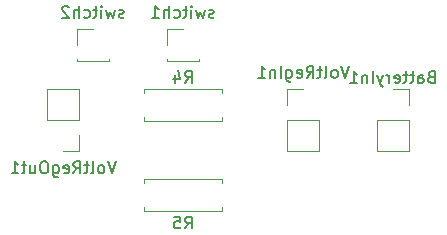
<source format=gbr>
%TF.GenerationSoftware,KiCad,Pcbnew,(6.0.5)*%
%TF.CreationDate,2022-08-03T18:31:21+02:00*%
%TF.ProjectId,Minimist1,4d696e69-6d69-4737-9431-2e6b69636164,rev?*%
%TF.SameCoordinates,Original*%
%TF.FileFunction,Legend,Bot*%
%TF.FilePolarity,Positive*%
%FSLAX46Y46*%
G04 Gerber Fmt 4.6, Leading zero omitted, Abs format (unit mm)*
G04 Created by KiCad (PCBNEW (6.0.5)) date 2022-08-03 18:31:21*
%MOMM*%
%LPD*%
G01*
G04 APERTURE LIST*
%ADD10C,0.150000*%
%ADD11C,0.120000*%
G04 APERTURE END LIST*
D10*
%TO.C,R4*%
X180506666Y-53962380D02*
X180840000Y-53486190D01*
X181078095Y-53962380D02*
X181078095Y-52962380D01*
X180697142Y-52962380D01*
X180601904Y-53010000D01*
X180554285Y-53057619D01*
X180506666Y-53152857D01*
X180506666Y-53295714D01*
X180554285Y-53390952D01*
X180601904Y-53438571D01*
X180697142Y-53486190D01*
X181078095Y-53486190D01*
X179649523Y-53295714D02*
X179649523Y-53962380D01*
X179887619Y-52914761D02*
X180125714Y-53629047D01*
X179506666Y-53629047D01*
%TO.C,VoltRegIn1*%
X194380952Y-52562380D02*
X194047619Y-53562380D01*
X193714285Y-52562380D01*
X193238095Y-53562380D02*
X193333333Y-53514761D01*
X193380952Y-53467142D01*
X193428571Y-53371904D01*
X193428571Y-53086190D01*
X193380952Y-52990952D01*
X193333333Y-52943333D01*
X193238095Y-52895714D01*
X193095238Y-52895714D01*
X193000000Y-52943333D01*
X192952380Y-52990952D01*
X192904761Y-53086190D01*
X192904761Y-53371904D01*
X192952380Y-53467142D01*
X193000000Y-53514761D01*
X193095238Y-53562380D01*
X193238095Y-53562380D01*
X192333333Y-53562380D02*
X192428571Y-53514761D01*
X192476190Y-53419523D01*
X192476190Y-52562380D01*
X192095238Y-52895714D02*
X191714285Y-52895714D01*
X191952380Y-52562380D02*
X191952380Y-53419523D01*
X191904761Y-53514761D01*
X191809523Y-53562380D01*
X191714285Y-53562380D01*
X190809523Y-53562380D02*
X191142857Y-53086190D01*
X191380952Y-53562380D02*
X191380952Y-52562380D01*
X191000000Y-52562380D01*
X190904761Y-52610000D01*
X190857142Y-52657619D01*
X190809523Y-52752857D01*
X190809523Y-52895714D01*
X190857142Y-52990952D01*
X190904761Y-53038571D01*
X191000000Y-53086190D01*
X191380952Y-53086190D01*
X190000000Y-53514761D02*
X190095238Y-53562380D01*
X190285714Y-53562380D01*
X190380952Y-53514761D01*
X190428571Y-53419523D01*
X190428571Y-53038571D01*
X190380952Y-52943333D01*
X190285714Y-52895714D01*
X190095238Y-52895714D01*
X190000000Y-52943333D01*
X189952380Y-53038571D01*
X189952380Y-53133809D01*
X190428571Y-53229047D01*
X189095238Y-52895714D02*
X189095238Y-53705238D01*
X189142857Y-53800476D01*
X189190476Y-53848095D01*
X189285714Y-53895714D01*
X189428571Y-53895714D01*
X189523809Y-53848095D01*
X189095238Y-53514761D02*
X189190476Y-53562380D01*
X189380952Y-53562380D01*
X189476190Y-53514761D01*
X189523809Y-53467142D01*
X189571428Y-53371904D01*
X189571428Y-53086190D01*
X189523809Y-52990952D01*
X189476190Y-52943333D01*
X189380952Y-52895714D01*
X189190476Y-52895714D01*
X189095238Y-52943333D01*
X188619047Y-53562380D02*
X188619047Y-52562380D01*
X188142857Y-52895714D02*
X188142857Y-53562380D01*
X188142857Y-52990952D02*
X188095238Y-52943333D01*
X188000000Y-52895714D01*
X187857142Y-52895714D01*
X187761904Y-52943333D01*
X187714285Y-53038571D01*
X187714285Y-53562380D01*
X186714285Y-53562380D02*
X187285714Y-53562380D01*
X187000000Y-53562380D02*
X187000000Y-52562380D01*
X187095238Y-52705238D01*
X187190476Y-52800476D01*
X187285714Y-52848095D01*
%TO.C,BatteryIn1*%
X201358095Y-53478571D02*
X201215238Y-53526190D01*
X201167619Y-53573809D01*
X201120000Y-53669047D01*
X201120000Y-53811904D01*
X201167619Y-53907142D01*
X201215238Y-53954761D01*
X201310476Y-54002380D01*
X201691428Y-54002380D01*
X201691428Y-53002380D01*
X201358095Y-53002380D01*
X201262857Y-53050000D01*
X201215238Y-53097619D01*
X201167619Y-53192857D01*
X201167619Y-53288095D01*
X201215238Y-53383333D01*
X201262857Y-53430952D01*
X201358095Y-53478571D01*
X201691428Y-53478571D01*
X200262857Y-54002380D02*
X200262857Y-53478571D01*
X200310476Y-53383333D01*
X200405714Y-53335714D01*
X200596190Y-53335714D01*
X200691428Y-53383333D01*
X200262857Y-53954761D02*
X200358095Y-54002380D01*
X200596190Y-54002380D01*
X200691428Y-53954761D01*
X200739047Y-53859523D01*
X200739047Y-53764285D01*
X200691428Y-53669047D01*
X200596190Y-53621428D01*
X200358095Y-53621428D01*
X200262857Y-53573809D01*
X199929523Y-53335714D02*
X199548571Y-53335714D01*
X199786666Y-53002380D02*
X199786666Y-53859523D01*
X199739047Y-53954761D01*
X199643809Y-54002380D01*
X199548571Y-54002380D01*
X199358095Y-53335714D02*
X198977142Y-53335714D01*
X199215238Y-53002380D02*
X199215238Y-53859523D01*
X199167619Y-53954761D01*
X199072380Y-54002380D01*
X198977142Y-54002380D01*
X198262857Y-53954761D02*
X198358095Y-54002380D01*
X198548571Y-54002380D01*
X198643809Y-53954761D01*
X198691428Y-53859523D01*
X198691428Y-53478571D01*
X198643809Y-53383333D01*
X198548571Y-53335714D01*
X198358095Y-53335714D01*
X198262857Y-53383333D01*
X198215238Y-53478571D01*
X198215238Y-53573809D01*
X198691428Y-53669047D01*
X197786666Y-54002380D02*
X197786666Y-53335714D01*
X197786666Y-53526190D02*
X197739047Y-53430952D01*
X197691428Y-53383333D01*
X197596190Y-53335714D01*
X197500952Y-53335714D01*
X197262857Y-53335714D02*
X197024761Y-54002380D01*
X196786666Y-53335714D02*
X197024761Y-54002380D01*
X197120000Y-54240476D01*
X197167619Y-54288095D01*
X197262857Y-54335714D01*
X196405714Y-54002380D02*
X196405714Y-53002380D01*
X195929523Y-53335714D02*
X195929523Y-54002380D01*
X195929523Y-53430952D02*
X195881904Y-53383333D01*
X195786666Y-53335714D01*
X195643809Y-53335714D01*
X195548571Y-53383333D01*
X195500952Y-53478571D01*
X195500952Y-54002380D01*
X194500952Y-54002380D02*
X195072380Y-54002380D01*
X194786666Y-54002380D02*
X194786666Y-53002380D01*
X194881904Y-53145238D01*
X194977142Y-53240476D01*
X195072380Y-53288095D01*
%TO.C,switch2*%
X175339047Y-48434761D02*
X175243809Y-48482380D01*
X175053333Y-48482380D01*
X174958095Y-48434761D01*
X174910476Y-48339523D01*
X174910476Y-48291904D01*
X174958095Y-48196666D01*
X175053333Y-48149047D01*
X175196190Y-48149047D01*
X175291428Y-48101428D01*
X175339047Y-48006190D01*
X175339047Y-47958571D01*
X175291428Y-47863333D01*
X175196190Y-47815714D01*
X175053333Y-47815714D01*
X174958095Y-47863333D01*
X174577142Y-47815714D02*
X174386666Y-48482380D01*
X174196190Y-48006190D01*
X174005714Y-48482380D01*
X173815238Y-47815714D01*
X173434285Y-48482380D02*
X173434285Y-47815714D01*
X173434285Y-47482380D02*
X173481904Y-47530000D01*
X173434285Y-47577619D01*
X173386666Y-47530000D01*
X173434285Y-47482380D01*
X173434285Y-47577619D01*
X173100952Y-47815714D02*
X172720000Y-47815714D01*
X172958095Y-47482380D02*
X172958095Y-48339523D01*
X172910476Y-48434761D01*
X172815238Y-48482380D01*
X172720000Y-48482380D01*
X171958095Y-48434761D02*
X172053333Y-48482380D01*
X172243809Y-48482380D01*
X172339047Y-48434761D01*
X172386666Y-48387142D01*
X172434285Y-48291904D01*
X172434285Y-48006190D01*
X172386666Y-47910952D01*
X172339047Y-47863333D01*
X172243809Y-47815714D01*
X172053333Y-47815714D01*
X171958095Y-47863333D01*
X171529523Y-48482380D02*
X171529523Y-47482380D01*
X171100952Y-48482380D02*
X171100952Y-47958571D01*
X171148571Y-47863333D01*
X171243809Y-47815714D01*
X171386666Y-47815714D01*
X171481904Y-47863333D01*
X171529523Y-47910952D01*
X170672380Y-47577619D02*
X170624761Y-47530000D01*
X170529523Y-47482380D01*
X170291428Y-47482380D01*
X170196190Y-47530000D01*
X170148571Y-47577619D01*
X170100952Y-47672857D01*
X170100952Y-47768095D01*
X170148571Y-47910952D01*
X170720000Y-48482380D01*
X170100952Y-48482380D01*
%TO.C,R5*%
X180506666Y-66322380D02*
X180840000Y-65846190D01*
X181078095Y-66322380D02*
X181078095Y-65322380D01*
X180697142Y-65322380D01*
X180601904Y-65370000D01*
X180554285Y-65417619D01*
X180506666Y-65512857D01*
X180506666Y-65655714D01*
X180554285Y-65750952D01*
X180601904Y-65798571D01*
X180697142Y-65846190D01*
X181078095Y-65846190D01*
X179601904Y-65322380D02*
X180078095Y-65322380D01*
X180125714Y-65798571D01*
X180078095Y-65750952D01*
X179982857Y-65703333D01*
X179744761Y-65703333D01*
X179649523Y-65750952D01*
X179601904Y-65798571D01*
X179554285Y-65893809D01*
X179554285Y-66131904D01*
X179601904Y-66227142D01*
X179649523Y-66274761D01*
X179744761Y-66322380D01*
X179982857Y-66322380D01*
X180078095Y-66274761D01*
X180125714Y-66227142D01*
%TO.C,switch1*%
X182959047Y-48434761D02*
X182863809Y-48482380D01*
X182673333Y-48482380D01*
X182578095Y-48434761D01*
X182530476Y-48339523D01*
X182530476Y-48291904D01*
X182578095Y-48196666D01*
X182673333Y-48149047D01*
X182816190Y-48149047D01*
X182911428Y-48101428D01*
X182959047Y-48006190D01*
X182959047Y-47958571D01*
X182911428Y-47863333D01*
X182816190Y-47815714D01*
X182673333Y-47815714D01*
X182578095Y-47863333D01*
X182197142Y-47815714D02*
X182006666Y-48482380D01*
X181816190Y-48006190D01*
X181625714Y-48482380D01*
X181435238Y-47815714D01*
X181054285Y-48482380D02*
X181054285Y-47815714D01*
X181054285Y-47482380D02*
X181101904Y-47530000D01*
X181054285Y-47577619D01*
X181006666Y-47530000D01*
X181054285Y-47482380D01*
X181054285Y-47577619D01*
X180720952Y-47815714D02*
X180340000Y-47815714D01*
X180578095Y-47482380D02*
X180578095Y-48339523D01*
X180530476Y-48434761D01*
X180435238Y-48482380D01*
X180340000Y-48482380D01*
X179578095Y-48434761D02*
X179673333Y-48482380D01*
X179863809Y-48482380D01*
X179959047Y-48434761D01*
X180006666Y-48387142D01*
X180054285Y-48291904D01*
X180054285Y-48006190D01*
X180006666Y-47910952D01*
X179959047Y-47863333D01*
X179863809Y-47815714D01*
X179673333Y-47815714D01*
X179578095Y-47863333D01*
X179149523Y-48482380D02*
X179149523Y-47482380D01*
X178720952Y-48482380D02*
X178720952Y-47958571D01*
X178768571Y-47863333D01*
X178863809Y-47815714D01*
X179006666Y-47815714D01*
X179101904Y-47863333D01*
X179149523Y-47910952D01*
X177720952Y-48482380D02*
X178292380Y-48482380D01*
X178006666Y-48482380D02*
X178006666Y-47482380D01*
X178101904Y-47625238D01*
X178197142Y-47720476D01*
X178292380Y-47768095D01*
%TO.C,VoltRegOut1*%
X174632380Y-60642380D02*
X174299047Y-61642380D01*
X173965714Y-60642380D01*
X173489523Y-61642380D02*
X173584761Y-61594761D01*
X173632380Y-61547142D01*
X173680000Y-61451904D01*
X173680000Y-61166190D01*
X173632380Y-61070952D01*
X173584761Y-61023333D01*
X173489523Y-60975714D01*
X173346666Y-60975714D01*
X173251428Y-61023333D01*
X173203809Y-61070952D01*
X173156190Y-61166190D01*
X173156190Y-61451904D01*
X173203809Y-61547142D01*
X173251428Y-61594761D01*
X173346666Y-61642380D01*
X173489523Y-61642380D01*
X172584761Y-61642380D02*
X172680000Y-61594761D01*
X172727619Y-61499523D01*
X172727619Y-60642380D01*
X172346666Y-60975714D02*
X171965714Y-60975714D01*
X172203809Y-60642380D02*
X172203809Y-61499523D01*
X172156190Y-61594761D01*
X172060952Y-61642380D01*
X171965714Y-61642380D01*
X171060952Y-61642380D02*
X171394285Y-61166190D01*
X171632380Y-61642380D02*
X171632380Y-60642380D01*
X171251428Y-60642380D01*
X171156190Y-60690000D01*
X171108571Y-60737619D01*
X171060952Y-60832857D01*
X171060952Y-60975714D01*
X171108571Y-61070952D01*
X171156190Y-61118571D01*
X171251428Y-61166190D01*
X171632380Y-61166190D01*
X170251428Y-61594761D02*
X170346666Y-61642380D01*
X170537142Y-61642380D01*
X170632380Y-61594761D01*
X170680000Y-61499523D01*
X170680000Y-61118571D01*
X170632380Y-61023333D01*
X170537142Y-60975714D01*
X170346666Y-60975714D01*
X170251428Y-61023333D01*
X170203809Y-61118571D01*
X170203809Y-61213809D01*
X170680000Y-61309047D01*
X169346666Y-60975714D02*
X169346666Y-61785238D01*
X169394285Y-61880476D01*
X169441904Y-61928095D01*
X169537142Y-61975714D01*
X169680000Y-61975714D01*
X169775238Y-61928095D01*
X169346666Y-61594761D02*
X169441904Y-61642380D01*
X169632380Y-61642380D01*
X169727619Y-61594761D01*
X169775238Y-61547142D01*
X169822857Y-61451904D01*
X169822857Y-61166190D01*
X169775238Y-61070952D01*
X169727619Y-61023333D01*
X169632380Y-60975714D01*
X169441904Y-60975714D01*
X169346666Y-61023333D01*
X168680000Y-60642380D02*
X168489523Y-60642380D01*
X168394285Y-60690000D01*
X168299047Y-60785238D01*
X168251428Y-60975714D01*
X168251428Y-61309047D01*
X168299047Y-61499523D01*
X168394285Y-61594761D01*
X168489523Y-61642380D01*
X168680000Y-61642380D01*
X168775238Y-61594761D01*
X168870476Y-61499523D01*
X168918095Y-61309047D01*
X168918095Y-60975714D01*
X168870476Y-60785238D01*
X168775238Y-60690000D01*
X168680000Y-60642380D01*
X167394285Y-60975714D02*
X167394285Y-61642380D01*
X167822857Y-60975714D02*
X167822857Y-61499523D01*
X167775238Y-61594761D01*
X167680000Y-61642380D01*
X167537142Y-61642380D01*
X167441904Y-61594761D01*
X167394285Y-61547142D01*
X167060952Y-60975714D02*
X166680000Y-60975714D01*
X166918095Y-60642380D02*
X166918095Y-61499523D01*
X166870476Y-61594761D01*
X166775238Y-61642380D01*
X166680000Y-61642380D01*
X165822857Y-61642380D02*
X166394285Y-61642380D01*
X166108571Y-61642380D02*
X166108571Y-60642380D01*
X166203809Y-60785238D01*
X166299047Y-60880476D01*
X166394285Y-60928095D01*
D11*
%TO.C,R4*%
X183610000Y-57250000D02*
X177070000Y-57250000D01*
X177070000Y-57250000D02*
X177070000Y-56920000D01*
X183610000Y-54510000D02*
X177070000Y-54510000D01*
X183610000Y-56920000D02*
X183610000Y-57250000D01*
X177070000Y-54510000D02*
X177070000Y-54840000D01*
X183610000Y-54840000D02*
X183610000Y-54510000D01*
%TO.C,VoltRegIn1*%
X190500000Y-54550000D02*
X189170000Y-54550000D01*
X189170000Y-54550000D02*
X189170000Y-55880000D01*
X189170000Y-57150000D02*
X189170000Y-59750000D01*
X191830000Y-57150000D02*
X189170000Y-57150000D01*
X191830000Y-57150000D02*
X191830000Y-59750000D01*
X191830000Y-59750000D02*
X189170000Y-59750000D01*
%TO.C,BatteryIn1*%
X199450000Y-55880000D02*
X199450000Y-54550000D01*
X199450000Y-57150000D02*
X199450000Y-59750000D01*
X199450000Y-54550000D02*
X198120000Y-54550000D01*
X196790000Y-57150000D02*
X196790000Y-59750000D01*
X199450000Y-57150000D02*
X196790000Y-57150000D01*
X199450000Y-59750000D02*
X196790000Y-59750000D01*
%TO.C,switch2*%
X174050000Y-52010000D02*
X174050000Y-52130000D01*
X171390000Y-52010000D02*
X171390000Y-52130000D01*
X171390000Y-49470000D02*
X171390000Y-50800000D01*
X174050000Y-52130000D02*
X171390000Y-52130000D01*
X172720000Y-49470000D02*
X171390000Y-49470000D01*
%TO.C,R5*%
X177070000Y-62130000D02*
X183610000Y-62130000D01*
X177070000Y-64870000D02*
X183610000Y-64870000D01*
X177070000Y-62460000D02*
X177070000Y-62130000D01*
X183610000Y-64870000D02*
X183610000Y-64540000D01*
X183610000Y-62130000D02*
X183610000Y-62460000D01*
X177070000Y-64540000D02*
X177070000Y-64870000D01*
%TO.C,switch1*%
X181670000Y-52010000D02*
X181670000Y-52130000D01*
X180340000Y-49470000D02*
X179010000Y-49470000D01*
X181670000Y-52130000D02*
X179010000Y-52130000D01*
X179010000Y-52010000D02*
X179010000Y-52130000D01*
X179010000Y-49470000D02*
X179010000Y-50800000D01*
%TO.C,VoltRegOut1*%
X168850000Y-57150000D02*
X168850000Y-54550000D01*
X168850000Y-54550000D02*
X171510000Y-54550000D01*
X168850000Y-57150000D02*
X171510000Y-57150000D01*
X171510000Y-59750000D02*
X171510000Y-58420000D01*
X171510000Y-57150000D02*
X171510000Y-54550000D01*
X170180000Y-59750000D02*
X171510000Y-59750000D01*
%TD*%
M02*

</source>
